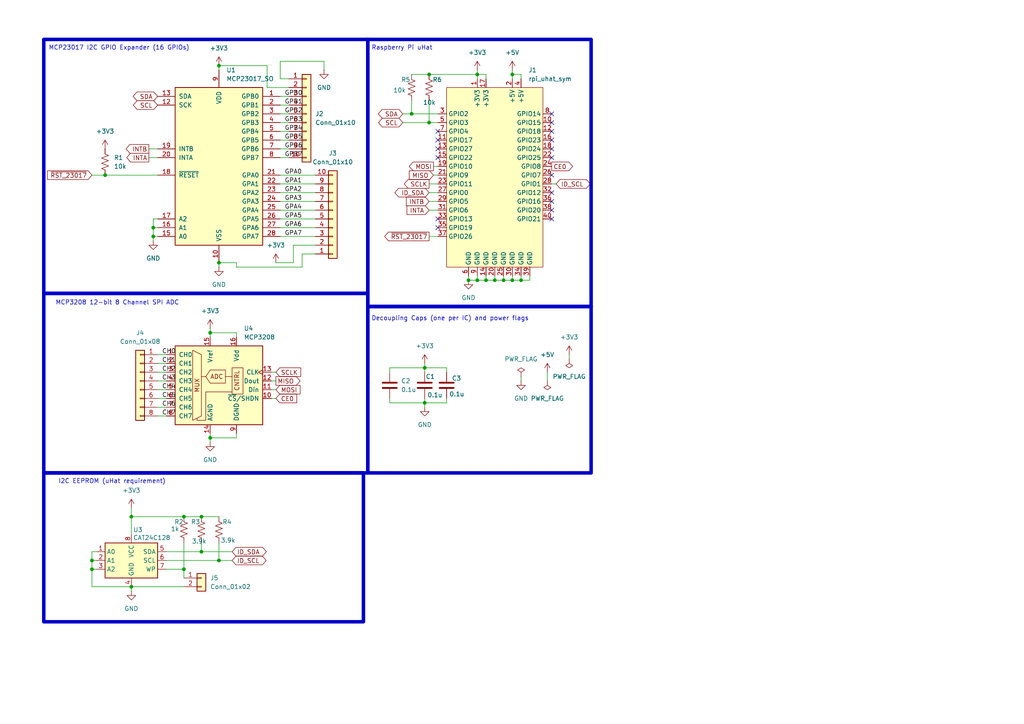
<source format=kicad_sch>
(kicad_sch (version 20250114) (generator "eeschema") (generator_version "9.0")
  (paper "A4")
  (lib_symbols
    (symbol "Analog_ADC:MCP3208" (pin_names (offset 1.016))
      (property "Reference" "U" (at -5.08 13.335 0))
      (property "Value" "MCP3208" (at -5.08 11.43 0))
      (symbol "MCP3208_0_0"
        (text "MUX" (at -6.35 -1.27 900) (effects (font (size 1.27 1.27))))
        (text "ADC" (at -0.635 1.27 0) (effects (font (size 1.27 1.27))))
        (text "CNTRL" (at 5.969 -2.921 900) (effects (font (size 1.27 1.27)) (justify left bottom)))
      )
      (symbol "MCP3208_0_1"
        (polyline (pts (xy -7.62 8.89) (xy -7.62 -11.43) (xy -5.08 -10.16) (xy -5.08 7.62) (xy -7.62 8.89)))
        (polyline (pts (xy -3.81 1.27) (xy -5.08 1.27)))
        (polyline (pts (xy 1.905 3.175) (xy 1.905 -0.635) (xy -2.54 -0.635) (xy -3.81 1.27) (xy -2.54 3.175) (xy 1.905 3.175)))
        (polyline (pts (xy 1.905 1.27) (xy 3.81 1.27)))
        (polyline (pts (xy 3.81 -3.175) (xy -3.81 -3.175) (xy -3.81 -11.43) (xy -6.35 -11.43) (xy -6.35 -10.795)))
        (rectangle (start 3.81 -3.81) (end 6.985 3.81))
        (rectangle (start 12.7 -12.7) (end -12.7 10.16) (stroke (width 0.254)) (fill (type background)))
      )
      (symbol "MCP3208_1_1"
        (pin input line (at -15.24 7.62 0) (length 2.54) (name "CH0") (number "1"))
        (pin input line (at -15.24 5.08 0) (length 2.54) (name "CH1") (number "2"))
        (pin input line (at -15.24 2.54 0) (length 2.54) (name "CH2") (number "3"))
        (pin input line (at -15.24 0 0) (length 2.54) (name "CH3") (number "4"))
        (pin input line (at -15.24 -2.54 0) (length 2.54) (name "CH4") (number "5"))
        (pin input line (at -15.24 -5.08 0) (length 2.54) (name "CH5") (number "6"))
        (pin input line (at -15.24 -7.62 0) (length 2.54) (name "CH6") (number "7"))
        (pin input line (at -15.24 -10.16 0) (length 2.54) (name "CH7") (number "8"))
        (pin power_in line (at -2.54 12.7 270) (length 2.54) (name "Vref") (number "15"))
        (pin power_in line (at -2.54 -15.24 90) (length 2.54) (name "AGND") (number "14"))
        (pin power_in line (at 5.08 12.7 270) (length 2.54) (name "Vdd") (number "16"))
        (pin power_in line (at 5.08 -15.24 90) (length 2.54) (name "DGND") (number "9"))
        (pin input clock (at 15.24 2.54 180) (length 2.54) (name "CLK") (number "13"))
        (pin output line (at 15.24 0 180) (length 2.54) (name "Dout") (number "12"))
        (pin input line (at 15.24 -2.54 180) (length 2.54) (name "Din") (number "11"))
        (pin input line (at 15.24 -5.08 180) (length 2.54) (name "~{CS}/SHDN") (number "10"))
      )
    )
    (symbol "Connector_Generic:Conn_01x02" (pin_names (offset 1.016) (hide yes))
      (property "Reference" "J" (at 0 2.54 0))
      (property "Value" "Conn_01x02" (at 0 -5.08 0))
      (symbol "Conn_01x02_1_1"
        (rectangle (start -1.27 1.27) (end 1.27 -3.81) (stroke (width 0.254)) (fill (type background)))
        (rectangle (start -1.27 0.127) (end 0 -0.127) (stroke (width 0.1524)))
        (rectangle (start -1.27 -2.413) (end 0 -2.667) (stroke (width 0.1524)))
        (pin passive line (at -5.08 0 0) (length 3.81) (name "Pin_1") (number "1"))
        (pin passive line (at -5.08 -2.54 0) (length 3.81) (name "Pin_2") (number "2"))
      )
    )
    (symbol "Connector_Generic:Conn_01x08" (pin_names (offset 1.016) (hide yes))
      (property "Reference" "J" (at 0 10.16 0))
      (property "Value" "Conn_01x08" (at 0 -12.7 0))
      (symbol "Conn_01x08_1_1"
        (rectangle (start -1.27 8.89) (end 1.27 -11.43) (stroke (width 0.254)) (fill (type background)))
        (rectangle (start -1.27 7.747) (end 0 7.493) (stroke (width 0.1524)))
        (rectangle (start -1.27 5.207) (end 0 4.953) (stroke (width 0.1524)))
        (rectangle (start -1.27 2.667) (end 0 2.413) (stroke (width 0.1524)))
        (rectangle (start -1.27 0.127) (end 0 -0.127) (stroke (width 0.1524)))
        (rectangle (start -1.27 -2.413) (end 0 -2.667) (stroke (width 0.1524)))
        (rectangle (start -1.27 -4.953) (end 0 -5.207) (stroke (width 0.1524)))
        (rectangle (start -1.27 -7.493) (end 0 -7.747) (stroke (width 0.1524)))
        (rectangle (start -1.27 -10.033) (end 0 -10.287) (stroke (width 0.1524)))
        (pin passive line (at -5.08 7.62 0) (length 3.81) (name "Pin_1") (number "1"))
        (pin passive line (at -5.08 5.08 0) (length 3.81) (name "Pin_2") (number "2"))
        (pin passive line (at -5.08 2.54 0) (length 3.81) (name "Pin_3") (number "3"))
        (pin passive line (at -5.08 0 0) (length 3.81) (name "Pin_4") (number "4"))
        (pin passive line (at -5.08 -2.54 0) (length 3.81) (name "Pin_5") (number "5"))
        (pin passive line (at -5.08 -5.08 0) (length 3.81) (name "Pin_6") (number "6"))
        (pin passive line (at -5.08 -7.62 0) (length 3.81) (name "Pin_7") (number "7"))
        (pin passive line (at -5.08 -10.16 0) (length 3.81) (name "Pin_8") (number "8"))
      )
    )
    (symbol "Connector_Generic:Conn_01x10" (pin_names (offset 1.016) (hide yes))
      (property "Reference" "J" (at 0 12.7 0))
      (property "Value" "Conn_01x10" (at 0 -15.24 0))
      (symbol "Conn_01x10_1_1"
        (rectangle (start -1.27 11.43) (end 1.27 -13.97) (stroke (width 0.254)) (fill (type background)))
        (rectangle (start -1.27 10.287) (end 0 10.033) (stroke (width 0.1524)))
        (rectangle (start -1.27 7.747) (end 0 7.493) (stroke (width 0.1524)))
        (rectangle (start -1.27 5.207) (end 0 4.953) (stroke (width 0.1524)))
        (rectangle (start -1.27 2.667) (end 0 2.413) (stroke (width 0.1524)))
        (rectangle (start -1.27 0.127) (end 0 -0.127) (stroke (width 0.1524)))
        (rectangle (start -1.27 -2.413) (end 0 -2.667) (stroke (width 0.1524)))
        (rectangle (start -1.27 -4.953) (end 0 -5.207) (stroke (width 0.1524)))
        (rectangle (start -1.27 -7.493) (end 0 -7.747) (stroke (width 0.1524)))
        (rectangle (start -1.27 -10.033) (end 0 -10.287) (stroke (width 0.1524)))
        (rectangle (start -1.27 -12.573) (end 0 -12.827) (stroke (width 0.1524)))
        (pin passive line (at -5.08 10.16 0) (length 3.81) (name "Pin_1") (number "1"))
        (pin passive line (at -5.08 7.62 0) (length 3.81) (name "Pin_2") (number "2"))
        (pin passive line (at -5.08 5.08 0) (length 3.81) (name "Pin_3") (number "3"))
        (pin passive line (at -5.08 2.54 0) (length 3.81) (name "Pin_4") (number "4"))
        (pin passive line (at -5.08 0 0) (length 3.81) (name "Pin_5") (number "5"))
        (pin passive line (at -5.08 -2.54 0) (length 3.81) (name "Pin_6") (number "6"))
        (pin passive line (at -5.08 -5.08 0) (length 3.81) (name "Pin_7") (number "7"))
        (pin passive line (at -5.08 -7.62 0) (length 3.81) (name "Pin_8") (number "8"))
        (pin passive line (at -5.08 -10.16 0) (length 3.81) (name "Pin_9") (number "9"))
        (pin passive line (at -5.08 -12.7 0) (length 3.81) (name "Pin_10") (number "10"))
      )
    )
    (symbol "Device:C" (pin_numbers (hide yes)) (pin_names (offset 0.254))
      (property "Reference" "C" (at 0.635 2.54 0))
      (property "Value" "C" (at 0.635 -2.54 0))
      (symbol "C_0_1"
        (polyline (pts (xy -2.032 0.762) (xy 2.032 0.762)) (stroke (width 0.508)))
        (polyline (pts (xy -2.032 -0.762) (xy 2.032 -0.762)) (stroke (width 0.508)))
      )
      (symbol "C_1_1"
        (pin passive line (at 0 3.81 270) (length 2.794) (name "~") (number "1"))
        (pin passive line (at 0 -3.81 90) (length 2.794) (name "~") (number "2"))
      )
    )
    (symbol "Device:R_US" (pin_numbers (hide yes)) (pin_names (offset 0))
      (property "Reference" "R" (at 2.54 0 90))
      (property "Value" "R_US" (at -2.54 0 90))
      (symbol "R_US_0_1"
        (polyline (pts (xy 0 2.286) (xy 0 2.54)))
        (polyline (pts (xy 0 2.286) (xy 1.016 1.905) (xy 0 1.524) (xy -1.016 1.143) (xy 0 0.762)))
        (polyline (pts (xy 0 0.762) (xy 1.016 0.381) (xy 0 0) (xy -1.016 -0.381) (xy 0 -0.762)))
        (polyline (pts (xy 0 -0.762) (xy 1.016 -1.143) (xy 0 -1.524) (xy -1.016 -1.905) (xy 0 -2.286)))
        (polyline (pts (xy 0 -2.286) (xy 0 -2.54)))
      )
      (symbol "R_US_1_1"
        (pin passive line (at 0 3.81 270) (length 1.27) (name "~") (number "1"))
        (pin passive line (at 0 -3.81 90) (length 1.27) (name "~") (number "2"))
      )
    )
    (symbol "Interface_Expansion:MCP23017_SO" (pin_names (offset 1.016))
      (property "Reference" "U" (at -11.43 24.13 0))
      (property "Value" "MCP23017_SO" (at 0 0 0))
      (symbol "MCP23017_SO_0_1"
        (rectangle (start -12.7 22.86) (end 12.7 -22.86) (stroke (width 0.254)) (fill (type background)))
      )
      (symbol "MCP23017_SO_1_1"
        (pin bidirectional line (at -17.78 20.32 0) (length 5.08) (name "SDA") (number "13"))
        (pin input line (at -17.78 17.78 0) (length 5.08) (name "SCK") (number "12"))
        (pin tri_state line (at -17.78 5.08 0) (length 5.08) (name "INTB") (number "19"))
        (pin tri_state line (at -17.78 2.54 0) (length 5.08) (name "INTA") (number "20"))
        (pin input line (at -17.78 -2.54 0) (length 5.08) (name "~{RESET}") (number "18"))
        (pin input line (at -17.78 -15.24 0) (length 5.08) (name "A2") (number "17"))
        (pin input line (at -17.78 -17.78 0) (length 5.08) (name "A1") (number "16"))
        (pin input line (at -17.78 -20.32 0) (length 5.08) (name "A0") (number "15"))
        (pin no_connect line (at -12.7 15.24 0) (length 5.08) (hide yes) (name "NC") (number "11"))
        (pin no_connect line (at -12.7 12.7 0) (length 5.08) (hide yes) (name "NC") (number "14"))
        (pin power_in line (at 0 27.94 270) (length 5.08) (name "VDD") (number "9"))
        (pin power_in line (at 0 -27.94 90) (length 5.08) (name "VSS") (number "10"))
        (pin bidirectional line (at 17.78 20.32 180) (length 5.08) (name "GPB0") (number "1"))
        (pin bidirectional line (at 17.78 17.78 180) (length 5.08) (name "GPB1") (number "2"))
        (pin bidirectional line (at 17.78 15.24 180) (length 5.08) (name "GPB2") (number "3"))
        (pin bidirectional line (at 17.78 12.7 180) (length 5.08) (name "GPB3") (number "4"))
        (pin bidirectional line (at 17.78 10.16 180) (length 5.08) (name "GPB4") (number "5"))
        (pin bidirectional line (at 17.78 7.62 180) (length 5.08) (name "GPB5") (number "6"))
        (pin bidirectional line (at 17.78 5.08 180) (length 5.08) (name "GPB6") (number "7"))
        (pin output line (at 17.78 2.54 180) (length 5.08) (name "GPB7") (number "8"))
        (pin bidirectional line (at 17.78 -2.54 180) (length 5.08) (name "GPA0") (number "21"))
        (pin bidirectional line (at 17.78 -5.08 180) (length 5.08) (name "GPA1") (number "22"))
        (pin bidirectional line (at 17.78 -7.62 180) (length 5.08) (name "GPA2") (number "23"))
        (pin bidirectional line (at 17.78 -10.16 180) (length 5.08) (name "GPA3") (number "24"))
        (pin bidirectional line (at 17.78 -12.7 180) (length 5.08) (name "GPA4") (number "25"))
        (pin bidirectional line (at 17.78 -15.24 180) (length 5.08) (name "GPA5") (number "26"))
        (pin bidirectional line (at 17.78 -17.78 180) (length 5.08) (name "GPA6") (number "27"))
        (pin output line (at 17.78 -20.32 180) (length 5.08) (name "GPA7") (number "28"))
      )
    )
    (symbol "Memory_EEPROM:CAT24C128"
      (property "Reference" "U" (at -6.35 6.35 0))
      (property "Value" "CAT24C128" (at 1.27 6.35 0))
      (symbol "CAT24C128_1_1"
        (rectangle (start -7.62 5.08) (end 7.62 -5.08) (stroke (width 0.254)) (fill (type background)))
        (pin input line (at -10.16 2.54 0) (length 2.54) (name "A0") (number "1"))
        (pin input line (at -10.16 0 0) (length 2.54) (name "A1") (number "2"))
        (pin input line (at -10.16 -2.54 0) (length 2.54) (name "A2") (number "3"))
        (pin power_in line (at 0 7.62 270) (length 2.54) (name "VCC") (number "8"))
        (pin power_in line (at 0 -7.62 90) (length 2.54) (name "GND") (number "4"))
        (pin bidirectional line (at 10.16 2.54 180) (length 2.54) (name "SDA") (number "5"))
        (pin input line (at 10.16 0 180) (length 2.54) (name "SCL") (number "6"))
        (pin input line (at 10.16 -2.54 180) (length 2.54) (name "WP") (number "7"))
      )
    )
    (symbol "myparts:rpi_uhat_sym"
      (property "Reference" "J" (at -6.604 -2.54 0))
      (property "Value" "rpi_uhat_sym" (at 0 0 0))
      (symbol "rpi_uhat_sym_1_1"
        (rectangle (start -15.24 34.29) (end 12.7 -17.78) (fill (type background)))
        (pin bidirectional line (at -17.78 26.67 0) (length 2.54) (name "GPIO2") (number "3"))
        (pin bidirectional line (at -17.78 24.13 0) (length 2.54) (name "GPIO3") (number "5"))
        (pin bidirectional line (at -17.78 21.59 0) (length 2.54) (name "GPIO4") (number "7"))
        (pin bidirectional line (at -17.78 19.05 0) (length 2.54) (name "GPIO17") (number "11"))
        (pin bidirectional line (at -17.78 16.51 0) (length 2.54) (name "GPIO27") (number "13"))
        (pin bidirectional line (at -17.78 13.97 0) (length 2.54) (name "GPIO22") (number "15"))
        (pin bidirectional line (at -17.78 11.43 0) (length 2.54) (name "GPIO10") (number "19"))
        (pin bidirectional line (at -17.78 8.89 0) (length 2.54) (name "GPIO9") (number "21"))
        (pin bidirectional line (at -17.78 6.35 0) (length 2.54) (name "GPIO11") (number "23"))
        (pin bidirectional line (at -17.78 3.81 0) (length 2.54) (name "GPIO0") (number "27"))
        (pin bidirectional line (at -17.78 1.27 0) (length 2.54) (name "GPIO5") (number "29"))
        (pin bidirectional line (at -17.78 -1.27 0) (length 2.54) (name "GPIO6") (number "31"))
        (pin bidirectional line (at -17.78 -3.81 0) (length 2.54) (name "GPIO13") (number "33"))
        (pin bidirectional line (at -17.78 -6.35 0) (length 2.54) (name "GPIO19") (number "35"))
        (pin bidirectional line (at -17.78 -8.89 0) (length 2.54) (name "GPIO26") (number "37"))
        (pin power_in line (at -8.89 -20.32 90) (length 2.54) (name "GND") (number "6"))
        (pin power_in line (at -6.35 36.83 270) (length 2.54) (name "+3V3") (number "1"))
        (pin power_in line (at -6.35 -20.32 90) (length 2.54) (name "GND") (number "9"))
        (pin power_in line (at -3.81 36.83 270) (length 2.54) (name "+3V3") (number "17"))
        (pin power_in line (at -3.81 -20.32 90) (length 2.54) (name "GND") (number "14"))
        (pin power_in line (at -1.27 -20.32 90) (length 2.54) (name "GND") (number "20"))
        (pin power_in line (at 1.27 -20.32 90) (length 2.54) (name "GND") (number "25"))
        (pin power_in line (at 3.81 36.83 270) (length 2.54) (name "+5V") (number "2"))
        (pin power_in line (at 3.81 -20.32 90) (length 2.54) (name "GND") (number "30"))
        (pin power_in line (at 6.35 36.83 270) (length 2.54) (name "+5V") (number "4"))
        (pin power_in line (at 6.35 -20.32 90) (length 2.54) (name "GND") (number "34"))
        (pin power_in line (at 8.89 -20.32 90) (length 2.54) (name "GND") (number "39"))
        (pin bidirectional line (at 15.24 26.67 180) (length 2.54) (name "GPIO14") (number "8"))
        (pin bidirectional line (at 15.24 24.13 180) (length 2.54) (name "GPIO15") (number "10"))
        (pin bidirectional line (at 15.24 21.59 180) (length 2.54) (name "GPIO18") (number "12"))
        (pin bidirectional line (at 15.24 19.05 180) (length 2.54) (name "GPIO23") (number "16"))
        (pin bidirectional line (at 15.24 16.51 180) (length 2.54) (name "GPIO24") (number "18"))
        (pin bidirectional line (at 15.24 13.97 180) (length 2.54) (name "GPIO25") (number "22"))
        (pin bidirectional line (at 15.24 11.43 180) (length 2.54) (name "GPIO8") (number "24"))
        (pin bidirectional line (at 15.24 8.89 180) (length 2.54) (name "GPIO7") (number "26"))
        (pin bidirectional line (at 15.24 6.35 180) (length 2.54) (name "GPIO1") (number "28"))
        (pin bidirectional line (at 15.24 3.81 180) (length 2.54) (name "GPIO12") (number "32"))
        (pin bidirectional line (at 15.24 1.27 180) (length 2.54) (name "GPIO16") (number "36"))
        (pin bidirectional line (at 15.24 -1.27 180) (length 2.54) (name "GPIO20") (number "38"))
        (pin bidirectional line (at 15.24 -3.81 180) (length 2.54) (name "GPIO21") (number "40"))
      )
    )
    (symbol "power:+3.3V" (power) (pin_numbers (hide yes)) (pin_names (offset 0) (hide yes))
      (property "Value" "+3.3V" (at 0 3.556 0))
      (symbol "+3.3V_0_1"
        (polyline (pts (xy -0.762 1.27) (xy 0 2.54)))
        (polyline (pts (xy 0 2.54) (xy 0.762 1.27)))
        (polyline (pts (xy 0 0) (xy 0 2.54)))
      )
      (symbol "+3.3V_1_1"
        (pin power_in line (at 0 0 90) (length 0) (name "~") (number "1"))
      )
    )
    (symbol "power:+5V" (power) (pin_numbers (hide yes)) (pin_names (offset 0) (hide yes))
      (property "Value" "+5V" (at 0 3.556 0))
      (symbol "+5V_0_1"
        (polyline (pts (xy -0.762 1.27) (xy 0 2.54)))
        (polyline (pts (xy 0 2.54) (xy 0.762 1.27)))
        (polyline (pts (xy 0 0) (xy 0 2.54)))
      )
      (symbol "+5V_1_1"
        (pin power_in line (at 0 0 90) (length 0) (name "~") (number "1"))
      )
    )
    (symbol "power:GND" (power) (pin_numbers (hide yes)) (pin_names (offset 0) (hide yes))
      (property "Value" "GND" (at 0 -3.81 0))
      (symbol "GND_0_1"
        (polyline (pts (xy 0 0) (xy 0 -1.27) (xy 1.27 -1.27) (xy 0 -2.54) (xy -1.27 -1.27) (xy 0 -1.27)))
      )
      (symbol "GND_1_1"
        (pin power_in line (at 0 0 270) (length 0) (name "~") (number "1"))
      )
    )
    (symbol "power:PWR_FLAG" (power) (pin_numbers (hide yes)) (pin_names (offset 0) (hide yes))
      (property "Value" "PWR_FLAG" (at 0 3.81 0))
      (symbol "PWR_FLAG_0_0"
        (pin power_out line (at 0 0 90) (length 0) (name "~") (number "1"))
      )
      (symbol "PWR_FLAG_0_1"
        (polyline (pts (xy 0 0) (xy 0 1.27) (xy -1.016 1.905) (xy 0 2.54) (xy 1.016 1.905) (xy 0 1.27)))
      )
    )
  )
  (rectangle (start 106.68 11.43) (end 171.45 88.9) (stroke (width 1.016)))
  (rectangle (start 12.7 85.09) (end 106.68 137.16) (stroke (width 1.016)))
  (rectangle (start 12.7 11.43) (end 106.68 85.09) (stroke (width 1.016)))
  (rectangle (start 106.68 88.9) (end 171.45 137.16) (stroke (width 1.016)))
  (rectangle (start 12.7 137.16) (end 105.41 180.34) (stroke (width 1.016)))
  (text "Decoupling Caps (one per IC) and power flags" (at 130.556 92.456 0) (effects (font (size 1.27 1.27))))
  (text "MCP3208 12-bit 8 Channel SPI ADC" (at 34.036 87.884 0) (effects (font (size 1.27 1.27))))
  (text "I2C EEPROM (uHat requirement)" (at 32.512 139.7 0) (effects (font (size 1.27 1.27))))
  (text "Raspberry Pi uHat " (at 117.094 13.97 0) (effects (font (size 1.27 1.27))))
  (text "MCP23017 I2C GPIO Expander (16 GPIOs)" (at 34.544 13.97 0) (effects (font (size 1.27 1.27))))
  (junction (at 138.43 21.59))
  (junction (at 60.96 96.52))
  (junction (at 151.13 81.28))
  (junction (at 123.19 116.84))
  (junction (at 124.46 21.59))
  (junction (at 140.97 81.28))
  (junction (at 143.51 81.28))
  (junction (at 60.96 127))
  (junction (at 53.34 165.1))
  (junction (at 146.05 81.28))
  (junction (at 26.67 165.1))
  (junction (at 58.42 160.02))
  (junction (at 30.48 50.8))
  (junction (at 53.34 149.86))
  (junction (at 63.5 162.56))
  (junction (at 63.5 76.2))
  (junction (at 38.1 149.86))
  (junction (at 58.42 149.86))
  (junction (at 123.19 106.68))
  (junction (at 148.59 21.59))
  (junction (at 148.59 81.28))
  (junction (at 38.1 170.18))
  (junction (at 119.38 33.02))
  (junction (at 135.89 81.28))
  (junction (at 124.46 35.56))
  (junction (at 138.43 81.28))
  (junction (at 44.45 66.04))
  (junction (at 44.45 68.58))
  (junction (at 26.67 162.56))
  (junction (at 63.5 19.05))
  (no_connect (at 127 38.1))
  (no_connect (at 160.02 43.18))
  (no_connect (at 127 45.72))
  (no_connect (at 127 43.18))
  (no_connect (at 160.02 38.1))
  (no_connect (at 160.02 33.02))
  (no_connect (at 160.02 58.42))
  (no_connect (at 127 63.5))
  (no_connect (at 160.02 50.8))
  (no_connect (at 160.02 63.5))
  (no_connect (at 160.02 45.72))
  (no_connect (at 160.02 60.96))
  (no_connect (at 127 66.04))
  (no_connect (at 160.02 40.64))
  (no_connect (at 160.02 35.56))
  (no_connect (at 160.02 55.88))
  (no_connect (at 127 40.64))
  (wire (pts (xy 26.67 162.56) (xy 26.67 165.1)))
  (wire (pts (xy 125.73 48.26) (xy 127 48.26)))
  (wire (pts (xy 123.19 105.41) (xy 123.19 106.68)))
  (wire (pts (xy 81.28 27.94) (xy 83.82 27.94)))
  (wire (pts (xy 135.89 80.01) (xy 135.89 81.28)))
  (wire (pts (xy 81.28 33.02) (xy 83.82 33.02)))
  (wire (pts (xy 135.89 81.28) (xy 138.43 81.28)))
  (wire (pts (xy 81.28 43.18) (xy 83.82 43.18)))
  (wire (pts (xy 44.45 66.04) (xy 45.72 66.04)))
  (wire (pts (xy 45.72 105.41) (xy 48.26 105.41)))
  (wire (pts (xy 38.1 149.86) (xy 38.1 154.94)))
  (wire (pts (xy 60.96 95.25) (xy 60.96 96.52)))
  (wire (pts (xy 91.44 71.12) (xy 85.09 71.12)))
  (wire (pts (xy 53.34 165.1) (xy 53.34 167.64)))
  (wire (pts (xy 38.1 170.18) (xy 38.1 171.45)))
  (wire (pts (xy 45.72 113.03) (xy 48.26 113.03)))
  (wire (pts (xy 129.54 116.84) (xy 123.19 116.84)))
  (wire (pts (xy 45.72 107.95) (xy 48.26 107.95)))
  (wire (pts (xy 146.05 80.01) (xy 146.05 81.28)))
  (wire (pts (xy 148.59 21.59) (xy 151.13 21.59)))
  (wire (pts (xy 53.34 165.1) (xy 48.26 165.1)))
  (wire (pts (xy 87.63 73.66) (xy 87.63 77.47)))
  (wire (pts (xy 123.19 106.68) (xy 113.03 106.68)))
  (wire (pts (xy 81.28 22.86) (xy 81.28 17.78)))
  (wire (pts (xy 68.58 125.73) (xy 68.58 127)))
  (wire (pts (xy 138.43 21.59) (xy 138.43 22.86)))
  (wire (pts (xy 140.97 81.28) (xy 143.51 81.28)))
  (wire (pts (xy 30.48 50.8) (xy 45.72 50.8)))
  (wire (pts (xy 124.46 68.58) (xy 127 68.58)))
  (wire (pts (xy 45.72 110.49) (xy 48.26 110.49)))
  (wire (pts (xy 119.38 21.59) (xy 124.46 21.59)))
  (wire (pts (xy 38.1 149.86) (xy 53.34 149.86)))
  (wire (pts (xy 26.67 165.1) (xy 27.94 165.1)))
  (wire (pts (xy 81.28 66.04) (xy 91.44 66.04)))
  (wire (pts (xy 48.26 162.56) (xy 63.5 162.56)))
  (wire (pts (xy 45.72 115.57) (xy 48.26 115.57)))
  (wire (pts (xy 26.67 160.02) (xy 26.67 162.56)))
  (wire (pts (xy 58.42 149.86) (xy 63.5 149.86)))
  (wire (pts (xy 44.45 66.04) (xy 44.45 68.58)))
  (wire (pts (xy 45.72 118.11) (xy 48.26 118.11)))
  (wire (pts (xy 53.34 149.86) (xy 58.42 149.86)))
  (wire (pts (xy 116.84 33.02) (xy 119.38 33.02)))
  (wire (pts (xy 124.46 29.21) (xy 124.46 35.56)))
  (wire (pts (xy 85.09 71.12) (xy 85.09 76.2)))
  (wire (pts (xy 81.28 55.88) (xy 91.44 55.88)))
  (wire (pts (xy 63.5 162.56) (xy 63.5 157.48)))
  (wire (pts (xy 58.42 160.02) (xy 58.42 157.48)))
  (wire (pts (xy 138.43 21.59) (xy 140.97 21.59)))
  (wire (pts (xy 148.59 81.28) (xy 151.13 81.28)))
  (wire (pts (xy 68.58 76.2) (xy 63.5 76.2)))
  (wire (pts (xy 26.67 165.1) (xy 26.67 170.18)))
  (wire (pts (xy 124.46 55.88) (xy 127 55.88)))
  (wire (pts (xy 146.05 81.28) (xy 148.59 81.28)))
  (wire (pts (xy 113.03 115.57) (xy 113.03 116.84)))
  (wire (pts (xy 43.18 45.72) (xy 45.72 45.72)))
  (wire (pts (xy 77.47 19.05) (xy 77.47 25.4)))
  (wire (pts (xy 151.13 109.22) (xy 151.13 110.49)))
  (wire (pts (xy 81.28 58.42) (xy 91.44 58.42)))
  (wire (pts (xy 140.97 80.01) (xy 140.97 81.28)))
  (wire (pts (xy 124.46 60.96) (xy 127 60.96)))
  (wire (pts (xy 60.96 127) (xy 60.96 128.27)))
  (wire (pts (xy 148.59 21.59) (xy 148.59 22.86)))
  (wire (pts (xy 45.72 68.58) (xy 44.45 68.58)))
  (wire (pts (xy 138.43 20.32) (xy 138.43 21.59)))
  (wire (pts (xy 27.94 160.02) (xy 26.67 160.02)))
  (wire (pts (xy 68.58 77.47) (xy 68.58 76.2)))
  (wire (pts (xy 26.67 170.18) (xy 38.1 170.18)))
  (wire (pts (xy 129.54 107.95) (xy 129.54 106.68)))
  (wire (pts (xy 140.97 21.59) (xy 140.97 22.86)))
  (wire (pts (xy 68.58 127) (xy 60.96 127)))
  (wire (pts (xy 26.67 50.8) (xy 30.48 50.8)))
  (wire (pts (xy 81.28 60.96) (xy 91.44 60.96)))
  (wire (pts (xy 85.09 76.2) (xy 80.01 76.2)))
  (wire (pts (xy 58.42 160.02) (xy 67.31 160.02)))
  (wire (pts (xy 148.59 20.32) (xy 148.59 21.59)))
  (wire (pts (xy 124.46 21.59) (xy 138.43 21.59)))
  (wire (pts (xy 53.34 157.48) (xy 53.34 165.1)))
  (wire (pts (xy 165.1 102.87) (xy 165.1 104.14)))
  (wire (pts (xy 119.38 29.21) (xy 119.38 33.02)))
  (wire (pts (xy 78.74 107.95) (xy 80.01 107.95)))
  (wire (pts (xy 68.58 97.79) (xy 68.58 96.52)))
  (wire (pts (xy 151.13 21.59) (xy 151.13 22.86)))
  (wire (pts (xy 116.84 35.56) (xy 124.46 35.56)))
  (wire (pts (xy 83.82 22.86) (xy 81.28 22.86)))
  (wire (pts (xy 87.63 77.47) (xy 68.58 77.47)))
  (wire (pts (xy 151.13 80.01) (xy 151.13 81.28)))
  (wire (pts (xy 123.19 116.84) (xy 123.19 118.11)))
  (wire (pts (xy 151.13 81.28) (xy 153.67 81.28)))
  (wire (pts (xy 44.45 68.58) (xy 44.45 69.85)))
  (wire (pts (xy 129.54 115.57) (xy 129.54 116.84)))
  (wire (pts (xy 125.73 50.8) (xy 127 50.8)))
  (wire (pts (xy 123.19 115.57) (xy 123.19 116.84)))
  (wire (pts (xy 91.44 73.66) (xy 87.63 73.66)))
  (wire (pts (xy 143.51 80.01) (xy 143.51 81.28)))
  (wire (pts (xy 45.72 63.5) (xy 44.45 63.5)))
  (wire (pts (xy 81.28 45.72) (xy 83.82 45.72)))
  (wire (pts (xy 45.72 102.87) (xy 48.26 102.87)))
  (wire (pts (xy 78.74 115.57) (xy 80.01 115.57)))
  (wire (pts (xy 81.28 30.48) (xy 83.82 30.48)))
  (wire (pts (xy 38.1 147.32) (xy 38.1 149.86)))
  (wire (pts (xy 81.28 17.78) (xy 93.98 17.78)))
  (wire (pts (xy 48.26 160.02) (xy 58.42 160.02)))
  (wire (pts (xy 78.74 110.49) (xy 80.01 110.49)))
  (wire (pts (xy 148.59 80.01) (xy 148.59 81.28)))
  (wire (pts (xy 160.02 53.34) (xy 161.29 53.34)))
  (wire (pts (xy 81.28 50.8) (xy 91.44 50.8)))
  (wire (pts (xy 153.67 80.01) (xy 153.67 81.28)))
  (wire (pts (xy 93.98 17.78) (xy 93.98 20.32)))
  (wire (pts (xy 77.47 19.05) (xy 63.5 19.05)))
  (wire (pts (xy 38.1 170.18) (xy 53.34 170.18)))
  (wire (pts (xy 113.03 106.68) (xy 113.03 107.95)))
  (wire (pts (xy 124.46 35.56) (xy 127 35.56)))
  (wire (pts (xy 123.19 106.68) (xy 123.19 107.95)))
  (wire (pts (xy 123.19 106.68) (xy 129.54 106.68)))
  (wire (pts (xy 81.28 63.5) (xy 91.44 63.5)))
  (wire (pts (xy 44.45 63.5) (xy 44.45 66.04)))
  (wire (pts (xy 63.5 162.56) (xy 67.31 162.56)))
  (wire (pts (xy 60.96 96.52) (xy 60.96 97.79)))
  (wire (pts (xy 60.96 96.52) (xy 68.58 96.52)))
  (wire (pts (xy 63.5 19.05) (xy 63.5 20.32)))
  (wire (pts (xy 81.28 53.34) (xy 91.44 53.34)))
  (wire (pts (xy 81.28 35.56) (xy 83.82 35.56)))
  (wire (pts (xy 81.28 40.64) (xy 83.82 40.64)))
  (wire (pts (xy 81.28 68.58) (xy 91.44 68.58)))
  (wire (pts (xy 143.51 81.28) (xy 146.05 81.28)))
  (wire (pts (xy 138.43 81.28) (xy 140.97 81.28)))
  (wire (pts (xy 78.74 113.03) (xy 80.01 113.03)))
  (wire (pts (xy 81.28 38.1) (xy 83.82 38.1)))
  (wire (pts (xy 124.46 53.34) (xy 127 53.34)))
  (wire (pts (xy 158.75 107.95) (xy 158.75 110.49)))
  (wire (pts (xy 26.67 162.56) (xy 27.94 162.56)))
  (wire (pts (xy 45.72 120.65) (xy 48.26 120.65)))
  (wire (pts (xy 63.5 76.2) (xy 63.5 77.47)))
  (wire (pts (xy 60.96 125.73) (xy 60.96 127)))
  (wire (pts (xy 124.46 58.42) (xy 127 58.42)))
  (wire (pts (xy 83.82 25.4) (xy 77.47 25.4)))
  (wire (pts (xy 43.18 43.18) (xy 45.72 43.18)))
  (wire (pts (xy 138.43 80.01) (xy 138.43 81.28)))
  (wire (pts (xy 119.38 33.02) (xy 127 33.02)))
  (wire (pts (xy 123.19 116.84) (xy 113.03 116.84)))
  (label "GPB1" (at 82.55 30.48 0))
  (label "GPA1" (at 82.55 53.34 0))
  (label "CH0" (at 46.99 102.87 0))
  (label "GPB3" (at 82.55 35.56 0))
  (label "GPB5" (at 82.55 40.64 0))
  (label "GPA0" (at 82.55 50.8 0))
  (label "GPB6" (at 82.55 43.18 0))
  (label "GPB0" (at 82.55 27.94 0))
  (label "GPA5" (at 82.55 63.5 0))
  (label "GPB7" (at 82.55 45.72 0))
  (label "CH6" (at 46.99 118.11 0))
  (label "GPA6" (at 82.55 66.04 0))
  (label "CH3" (at 46.99 110.49 0))
  (label "GPB2" (at 82.55 33.02 0))
  (label "GPA2" (at 82.55 55.88 0))
  (label "GPA7" (at 82.55 68.58 0))
  (label "GPA3" (at 82.55 58.42 0))
  (label "GPA4" (at 82.55 60.96 0))
  (label "CH2" (at 46.99 107.95 0))
  (label "CH5" (at 46.99 115.57 0))
  (label "CH4" (at 46.99 113.03 0))
  (label "CH1" (at 46.99 105.41 0))
  (label "GPB4" (at 82.55 38.1 0))
  (label "CH7" (at 46.99 120.65 0))
  (global_label "MOSI" (shape input) (at 80.01 113.03 0) (property "Intersheetrefs" "${INTERSHEET_REFS}" (effects (hide yes))))
  (global_label "INTA" (shape output) (at 43.18 45.72 180) (property "Intersheetrefs" "${INTERSHEET_REFS}" (effects (hide yes))))
  (global_label "MOSI" (shape output) (at 125.73 48.26 180) (property "Intersheetrefs" "${INTERSHEET_REFS}" (effects (hide yes))))
  (global_label "CE0" (shape output) (at 160.02 48.26 0) (property "Intersheetrefs" "${INTERSHEET_REFS}" (effects (hide yes))))
  (global_label "INTB" (shape output) (at 43.18 43.18 180) (property "Intersheetrefs" "${INTERSHEET_REFS}" (effects (hide yes))))
  (global_label "ID_SDA" (shape bidirectional) (at 67.31 160.02 0) (property "Intersheetrefs" "${INTERSHEET_REFS}" (effects (hide yes))))
  (global_label "SDA" (shape bidirectional) (at 45.72 27.94 180) (property "Intersheetrefs" "${INTERSHEET_REFS}" (effects (hide yes))))
  (global_label "MISO" (shape input) (at 125.73 50.8 180) (property "Intersheetrefs" "${INTERSHEET_REFS}" (effects (hide yes))))
  (global_label "MISO" (shape output) (at 80.01 110.49 0) (property "Intersheetrefs" "${INTERSHEET_REFS}" (effects (hide yes))))
  (global_label "ID_SDA" (shape bidirectional) (at 124.46 55.88 180) (property "Intersheetrefs" "${INTERSHEET_REFS}" (effects (hide yes))))
  (global_label "ID_SCL" (shape bidirectional) (at 67.31 162.56 0) (property "Intersheetrefs" "${INTERSHEET_REFS}" (effects (hide yes))))
  (global_label "SCL" (shape bidirectional) (at 45.72 30.48 180) (property "Intersheetrefs" "${INTERSHEET_REFS}" (effects (hide yes))))
  (global_label "SDA" (shape bidirectional) (at 116.84 33.02 180) (property "Intersheetrefs" "${INTERSHEET_REFS}" (effects (hide yes))))
  (global_label "~{RST_23017}" (shape input) (at 26.67 50.8 180) (property "Intersheetrefs" "${INTERSHEET_REFS}" (effects (hide yes))))
  (global_label "SCLK" (shape output) (at 124.46 53.34 180) (property "Intersheetrefs" "${INTERSHEET_REFS}" (effects (hide yes))))
  (global_label "SCL" (shape bidirectional) (at 116.84 35.56 180) (property "Intersheetrefs" "${INTERSHEET_REFS}" (effects (hide yes))))
  (global_label "INTB" (shape input) (at 124.46 58.42 180) (property "Intersheetrefs" "${INTERSHEET_REFS}" (effects (hide yes))))
  (global_label "INTA" (shape input) (at 124.46 60.96 180) (property "Intersheetrefs" "${INTERSHEET_REFS}" (effects (hide yes))))
  (global_label "ID_SCL" (shape bidirectional) (at 161.29 53.34 0) (property "Intersheetrefs" "${INTERSHEET_REFS}" (effects (hide yes))))
  (global_label "~{RST_23017}" (shape output) (at 124.46 68.58 180) (property "Intersheetrefs" "${INTERSHEET_REFS}" (effects (hide yes))))
  (global_label "SCLK" (shape input) (at 80.01 107.95 0) (property "Intersheetrefs" "${INTERSHEET_REFS}" (effects (hide yes))))
  (global_label "CE0" (shape input) (at 80.01 115.57 0) (property "Intersheetrefs" "${INTERSHEET_REFS}" (effects (hide yes))))
  (symbol (lib_id "Device:R_US") (at 30.48 46.99 0) (unit 1)
    (property "Reference" "R1" (at 33.02 45.7199 0) (effects (justify left)))
    (property "Value" "10k" (at 33.02 48.2599 0) (effects (justify left)))
    (property "Footprint" "Resistor_SMD:R_1206_3216Metric_Pad1.30x1.75mm_HandSolder" (effects (hide yes)))
    (property "Description" "Resistor, US symbol" (effects (hide yes)))
  )
  (symbol (lib_id "Analog_ADC:MCP3208") (at 63.5 110.49 0) (unit 1)
    (property "Reference" "U4" (at 70.7233 95.25 0) (effects (justify left)))
    (property "Value" "MCP3208" (at 70.7233 97.79 0) (effects (justify left)))
    (property "Footprint" "Package_SO:SOIC-16_3.9x9.9mm_P1.27mm" (effects (hide yes)))
    (property "Datasheet" "http://ww1.microchip.com/downloads/en/DeviceDoc/21298c.pdf" (effects (hide yes)))
    (property "Description" "A/D Converter, 12-Bit, 8-Channel, SPI Interface , 2.7V-5.5V" (effects (hide yes)))
  )
  (symbol (lib_id "power:GND") (at 151.13 110.49 0) (unit 1)
    (property "Reference" "#PWR027" (effects (hide yes)))
    (property "Value" "GND" (at 151.13 115.57 0))
    (property "Description" "Power symbol creates a global label with name \"GND\" , ground" (effects (hide yes)))
  )
  (symbol (lib_id "power:+3.3V") (at 165.1 102.87 0) (unit 1)
    (property "Reference" "#PWR022" (effects (hide yes)))
    (property "Value" "+3V3" (at 165.1 97.79 0))
    (property "Description" "Power symbol creates a global label with name \"+3.3V\"" (effects (hide yes)))
  )
  (symbol (lib_id "Connector_Generic:Conn_01x08") (at 40.64 110.49 0) (mirror y) (unit 1)
    (property "Reference" "J4" (at 40.64 96.52 0))
    (property "Value" "Conn_01x08" (at 40.64 99.06 0))
    (property "Footprint" "Connector_PinHeader_2.54mm:PinHeader_1x08_P2.54mm_Vertical" (effects (hide yes)))
    (property "Description" "Generic connector, single row, 01x08, script generated (kicad-library-utils/schlib/autogen/connector/)" (effects (hide yes)))
  )
  (symbol (lib_id "power:GND") (at 93.98 20.32 0) (unit 1)
    (property "Reference" "#PWR09" (effects (hide yes)))
    (property "Value" "GND" (at 93.98 25.4 0))
    (property "Description" "Power symbol creates a global label with name \"GND\" , ground" (effects (hide yes)))
  )
  (symbol (lib_id "power:+3.3V") (at 158.75 107.95 0) (unit 1)
    (property "Reference" "#PWR025" (effects (hide yes)))
    (property "Value" "+5V" (at 158.75 102.87 0))
    (property "Description" "Power symbol creates a global label with name \"+3.3V\"" (effects (hide yes)))
  )
  (symbol (lib_id "Connector_Generic:Conn_01x10") (at 88.9 33.02 0) (unit 1)
    (property "Reference" "J2" (at 91.44 33.0199 0) (effects (justify left)))
    (property "Value" "Conn_01x10" (at 91.44 35.5599 0) (effects (justify left)))
    (property "Footprint" "Connector_PinHeader_2.54mm:PinHeader_1x10_P2.54mm_Vertical" (effects (hide yes)))
    (property "Description" "Generic connector, single row, 01x10, script generated (kicad-library-utils/schlib/autogen/connector/)" (effects (hide yes)))
  )
  (symbol (lib_id "power:+5V") (at 123.19 105.41 0) (unit 1)
    (property "Reference" "#PWR023" (effects (hide yes)))
    (property "Value" "+3V3" (at 123.19 100.33 0))
    (property "Description" "Power symbol creates a global label with name \"+5V\"" (effects (hide yes)))
  )
  (symbol (lib_id "power:+3.3V") (at 38.1 147.32 0) (unit 1)
    (property "Reference" "#PWR08" (effects (hide yes)))
    (property "Value" "+3V3" (at 38.1 142.24 0))
    (property "Description" "Power symbol creates a global label with name \"+3.3V\"" (effects (hide yes)))
  )
  (symbol (lib_id "Device:R_US") (at 119.38 25.4 0) (unit 1)
    (property "Reference" "R5" (at 116.332 23.114 0) (effects (justify left)))
    (property "Value" "10k" (at 114.046 26.162 0) (effects (justify left)))
    (property "Footprint" "Resistor_SMD:R_1206_3216Metric_Pad1.30x1.75mm_HandSolder" (effects (hide yes)))
    (property "Description" "Resistor, US symbol" (effects (hide yes)))
  )
  (symbol (lib_id "Device:R_US") (at 58.42 153.67 0) (unit 1)
    (property "Reference" "R3" (at 55.372 151.384 0) (effects (justify left)))
    (property "Value" "3.9k" (at 55.626 156.972 0) (effects (justify left)))
    (property "Footprint" "Resistor_SMD:R_1206_3216Metric_Pad1.30x1.75mm_HandSolder" (effects (hide yes)))
    (property "Description" "Resistor, US symbol" (effects (hide yes)))
  )
  (symbol (lib_id "power:+3.3V") (at 30.48 43.18 0) (unit 1)
    (property "Reference" "#PWR04" (effects (hide yes)))
    (property "Value" "+3V3" (at 30.48 38.1 0))
    (property "Description" "Power symbol creates a global label with name \"+3.3V\"" (effects (hide yes)))
  )
  (symbol (lib_id "Interface_Expansion:MCP23017_SO") (at 63.5 48.26 0) (unit 1)
    (property "Reference" "U1" (at 65.6433 20.32 0) (effects (justify left)))
    (property "Value" "MCP23017_SO" (at 65.6433 22.86 0) (effects (justify left)))
    (property "Footprint" "Package_SO:SOIC-28W_7.5x17.9mm_P1.27mm" (effects (hide yes)))
    (property "Datasheet" "https://ww1.microchip.com/downloads/aemDocuments/documents/APID/ProductDocuments/DataSheets/MCP23017-Data-Sheet-DS20001952.pdf" (effects (hide yes)))
    (property "Description" "16-bit I/O expander, I2C, interrupts, w pull-ups, GPA/B7 output only (https://microchip.my.site.com/s/article/GPA7---GPB7-Cannot-Be-Used-as-Inputs-In-MCP23017),  SOIC-28" (effects (hide yes)))
  )
  (symbol (lib_id "power:GND") (at 123.19 118.11 0) (unit 1)
    (property "Reference" "#PWR024" (effects (hide yes)))
    (property "Value" "GND" (at 123.19 123.19 0))
    (property "Description" "Power symbol creates a global label with name \"GND\" , ground" (effects (hide yes)))
  )
  (symbol (lib_id "power:PWR_FLAG") (at 151.13 109.22 0) (unit 1)
    (property "Reference" "#FLG04" (effects (hide yes)))
    (property "Value" "PWR_FLAG" (at 151.13 104.14 0))
    (property "Description" "Special symbol for telling ERC where power comes from" (effects (hide yes)))
  )
  (symbol (lib_id "power:PWR_FLAG") (at 158.75 110.49 180) (unit 1)
    (property "Reference" "#FLG02" (effects (hide yes)))
    (property "Value" "PWR_FLAG" (at 158.75 115.57 0))
    (property "Description" "Special symbol for telling ERC where power comes from" (effects (hide yes)))
  )
  (symbol (lib_id "Memory_EEPROM:CAT24C128") (at 38.1 162.56 0) (unit 1)
    (property "Reference" "U3" (at 38.608 153.67 0) (effects (justify left)))
    (property "Value" "CAT24C128" (at 38.608 155.956 0) (effects (justify left)))
    (property "Footprint" "Package_SO:SOIC-8_3.9x4.9mm_P1.27mm" (effects (hide yes)))
    (property "Datasheet" "https://www.onsemi.com/pub/Collateral/CAT24C128-D.PDF" (effects (hide yes)))
    (property "Description" "128 kb CMOS Serial EEPROM, SOIC-8/TSSOP-8/DFN-8" (effects (hide yes)))
  )
  (symbol (lib_id "myparts:rpi_uhat_sym") (at 144.78 59.69 0) (unit 1)
    (property "Reference" "J1" (at 153.2733 20.32 0) (effects (justify left)))
    (property "Value" "rpi_uhat_sym" (at 153.2733 22.86 0) (effects (justify left)))
    (property "Footprint" "myparts:rpi_uhat_fpt" (effects (hide yes)))
  )
  (symbol (lib_id "power:GND") (at 135.89 81.28 0) (unit 1)
    (property "Reference" "#PWR06" (effects (hide yes)))
    (property "Value" "GND" (at 135.89 86.36 0))
    (property "Description" "Power symbol creates a global label with name \"GND\" , ground" (effects (hide yes)))
  )
  (symbol (lib_id "power:GND") (at 38.1 171.45 0) (unit 1)
    (property "Reference" "#PWR07" (effects (hide yes)))
    (property "Value" "GND" (at 38.1 176.53 0))
    (property "Description" "Power symbol creates a global label with name \"GND\" , ground" (effects (hide yes)))
  )
  (symbol (lib_id "Device:R_US") (at 63.5 153.67 0) (unit 1)
    (property "Reference" "R4" (at 64.516 151.384 0) (effects (justify left)))
    (property "Value" "3.9k" (at 64.008 156.718 0) (effects (justify left)))
    (property "Footprint" "Resistor_SMD:R_1206_3216Metric_Pad1.30x1.75mm_HandSolder" (effects (hide yes)))
    (property "Description" "Resistor, US symbol" (effects (hide yes)))
  )
  (symbol (lib_id "power:+3.3V") (at 63.5 19.05 0) (unit 1)
    (property "Reference" "#PWR03" (effects (hide yes)))
    (property "Value" "+3V3" (at 63.5 13.97 0))
    (property "Description" "Power symbol creates a global label with name \"+3.3V\"" (effects (hide yes)))
  )
  (symbol (lib_id "Device:R_US") (at 53.34 153.67 0) (unit 1)
    (property "Reference" "R2" (at 50.546 151.384 0) (effects (justify left)))
    (property "Value" "1k" (at 49.53 153.416 0) (effects (justify left)))
    (property "Footprint" "Resistor_SMD:R_1206_3216Metric_Pad1.30x1.75mm_HandSolder" (effects (hide yes)))
    (property "Description" "Resistor, US symbol" (effects (hide yes)))
  )
  (symbol (lib_id "power:+3.3V") (at 138.43 20.32 0) (unit 1)
    (property "Reference" "#PWR01" (effects (hide yes)))
    (property "Value" "+3V3" (at 138.43 15.24 0))
    (property "Description" "Power symbol creates a global label with name \"+3.3V\"" (effects (hide yes)))
  )
  (symbol (lib_id "power:+3.3V") (at 60.96 95.25 0) (unit 1)
    (property "Reference" "#PWR019" (effects (hide yes)))
    (property "Value" "+3V3" (at 60.96 90.17 0))
    (property "Description" "Power symbol creates a global label with name \"+3.3V\"" (effects (hide yes)))
  )
  (symbol (lib_id "power:GND") (at 63.5 77.47 0) (unit 1)
    (property "Reference" "#PWR02" (effects (hide yes)))
    (property "Value" "GND" (at 63.5 82.55 0))
    (property "Description" "Power symbol creates a global label with name \"GND\" , ground" (effects (hide yes)))
  )
  (symbol (lib_id "power:GND") (at 60.96 128.27 0) (unit 1)
    (property "Reference" "#PWR011" (effects (hide yes)))
    (property "Value" "GND" (at 60.96 133.35 0))
    (property "Description" "Power symbol creates a global label with name \"GND\" , ground" (effects (hide yes)))
  )
  (symbol (lib_id "Device:R_US") (at 124.46 25.4 0) (unit 1)
    (property "Reference" "R6" (at 125.476 23.114 0) (effects (justify left)))
    (property "Value" "10k" (at 122.682 29.718 0) (effects (justify left)))
    (property "Footprint" "Resistor_SMD:R_1206_3216Metric_Pad1.30x1.75mm_HandSolder" (effects (hide yes)))
    (property "Description" "Resistor, US symbol" (effects (hide yes)))
  )
  (symbol (lib_id "Connector_Generic:Conn_01x02") (at 58.42 167.64 0) (unit 1)
    (property "Reference" "J5" (at 60.96 167.6399 0) (effects (justify left)))
    (property "Value" "Conn_01x02" (at 60.96 170.1799 0) (effects (justify left)))
    (property "Footprint" "Connector_PinHeader_2.54mm:PinHeader_1x02_P2.54mm_Vertical" (effects (hide yes)))
    (property "Description" "Generic connector, single row, 01x02, script generated (kicad-library-utils/schlib/autogen/connector/)" (effects (hide yes)))
  )
  (symbol (lib_id "Connector_Generic:Conn_01x10") (at 96.52 63.5 0) (mirror x) (unit 1)
    (property "Reference" "J3" (at 96.52 44.45 0))
    (property "Value" "Conn_01x10" (at 96.52 46.99 0))
    (property "Footprint" "Connector_PinHeader_2.54mm:PinHeader_1x10_P2.54mm_Vertical" (effects (hide yes)))
    (property "Description" "Generic connector, single row, 01x10, script generated (kicad-library-utils/schlib/autogen/connector/)" (effects (hide yes)))
  )
  (symbol (lib_id "power:+3.3V") (at 148.59 20.32 0) (unit 1)
    (property "Reference" "#PWR020" (effects (hide yes)))
    (property "Value" "+5V" (at 148.59 15.24 0))
    (property "Description" "Power symbol creates a global label with name \"+3.3V\"" (effects (hide yes)))
  )
  (symbol (lib_id "power:GND") (at 44.45 69.85 0) (unit 1)
    (property "Reference" "#PWR05" (effects (hide yes)))
    (property "Value" "GND" (at 44.45 74.93 0))
    (property "Description" "Power symbol creates a global label with name \"GND\" , ground" (effects (hide yes)))
  )
  (symbol (lib_id "power:+3.3V") (at 80.01 76.2 0) (unit 1)
    (property "Reference" "#PWR010" (effects (hide yes)))
    (property "Value" "+3V3" (at 80.01 71.12 0))
    (property "Description" "Power symbol creates a global label with name \"+3.3V\"" (effects (hide yes)))
  )
  (symbol (lib_id "Device:C") (at 123.19 111.76 0) (unit 1)
    (property "Reference" "C1" (at 123.444 109.22 0) (effects (justify left)))
    (property "Value" "0.1u" (at 123.952 114.554 0) (effects (justify left)))
    (property "Footprint" "Capacitor_SMD:C_1206_3216Metric_Pad1.33x1.80mm_HandSolder" (effects (hide yes)))
  )
  (symbol (lib_id "Device:C") (at 113.03 111.76 0) (unit 1)
    (property "Reference" "C2" (at 116.332 110.49 0) (effects (justify left)))
    (property "Value" "0.1u" (at 116.332 113.03 0) (effects (justify left)))
    (property "Footprint" "Capacitor_SMD:C_1206_3216Metric_Pad1.33x1.80mm_HandSolder" (effects (hide yes)))
  )
  (symbol (lib_id "Device:C") (at 129.54 111.76 0) (unit 1)
    (property "Reference" "C3" (at 131.064 109.728 0) (effects (justify left)))
    (property "Value" "0.1u" (at 130.302 114.3 0) (effects (justify left)))
    (property "Footprint" "Capacitor_SMD:C_1206_3216Metric_Pad1.33x1.80mm_HandSolder" (effects (hide yes)))
  )
  (symbol (lib_id "power:PWR_FLAG") (at 165.1 104.14 180) (unit 1)
    (property "Reference" "#FLG03" (effects (hide yes)))
    (property "Value" "PWR_FLAG" (at 165.1 109.22 0))
    (property "Description" "Special symbol for telling ERC where power comes from" (effects (hide yes)))
  )
)
</source>
